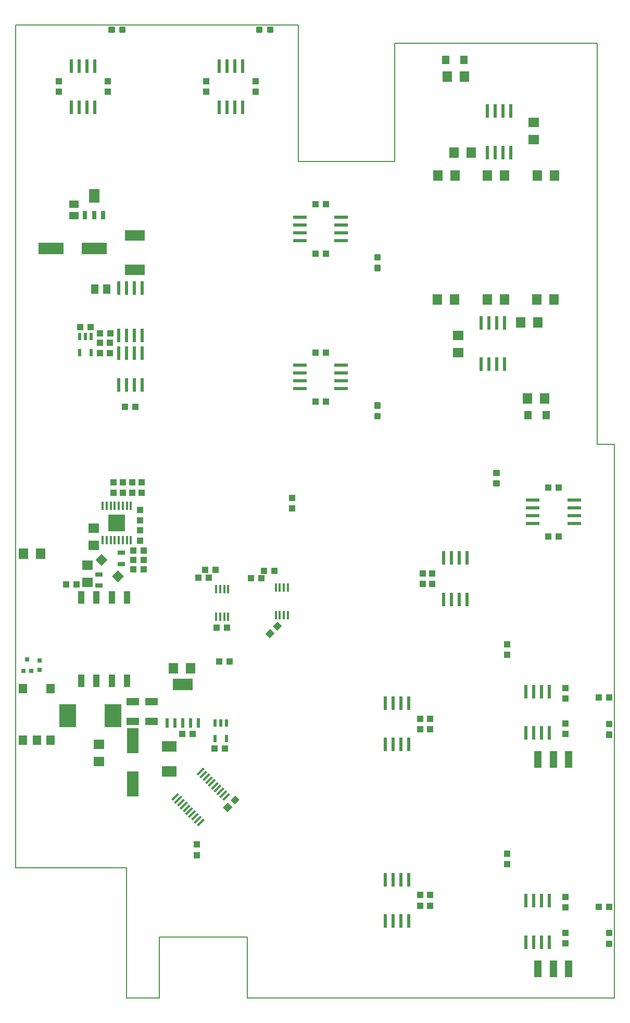
<source format=gtp>
G75*
G70*
%OFA0B0*%
%FSLAX24Y24*%
%IPPOS*%
%LPD*%
%AMOC8*
5,1,8,0,0,1.08239X$1,22.5*
%
%ADD10C,0.0079*%
%ADD11R,0.0140X0.0580*%
%ADD12R,0.1080X0.1080*%
%ADD13R,0.1102X0.1496*%
%ADD14R,0.0421X0.0819*%
%ADD15R,0.0580X0.0140*%
%ADD16R,0.0217X0.0472*%
%ADD17R,0.0240X0.0640*%
%ADD18R,0.1250X0.0730*%
%ADD19R,0.0433X0.0394*%
%ADD20R,0.0276X0.0276*%
%ADD21R,0.0630X0.0709*%
%ADD22R,0.0394X0.0433*%
%ADD23R,0.0472X0.0315*%
%ADD24R,0.0709X0.0630*%
%ADD25R,0.0551X0.0551*%
%ADD26R,0.0787X0.0472*%
%ADD27R,0.0315X0.0315*%
%ADD28R,0.0551X0.0630*%
%ADD29R,0.0945X0.0709*%
%ADD30R,0.0748X0.1634*%
%ADD31R,0.0177X0.0560*%
%ADD32R,0.0236X0.0866*%
%ADD33R,0.1260X0.0709*%
%ADD34R,0.0512X0.0591*%
%ADD35R,0.1634X0.0748*%
%ADD36R,0.0315X0.0551*%
%ADD37R,0.0709X0.0866*%
%ADD38R,0.0591X0.0512*%
%ADD39R,0.0240X0.0870*%
%ADD40R,0.0870X0.0240*%
%ADD41C,0.0118*%
%ADD42R,0.0472X0.1102*%
%ADD43R,0.0472X0.0551*%
D10*
X001457Y011523D02*
X001457Y065460D01*
X019568Y065460D01*
X019568Y056719D01*
X025709Y056719D01*
X025709Y064279D01*
X038702Y064279D01*
X038702Y038609D01*
X039804Y038609D01*
X039804Y003176D01*
X016300Y003176D01*
X016300Y007074D01*
X010670Y007074D01*
X010670Y003176D01*
X008544Y003176D01*
X008544Y011523D01*
X001457Y011523D01*
D11*
X007034Y032466D03*
X007294Y032466D03*
X007554Y032466D03*
X007804Y032466D03*
X008064Y032466D03*
X008314Y032466D03*
X008574Y032466D03*
X008834Y032466D03*
X008834Y034686D03*
X008574Y034686D03*
X008314Y034686D03*
X008064Y034686D03*
X007804Y034686D03*
X007554Y034686D03*
X007294Y034686D03*
X007034Y034686D03*
D12*
X007934Y033576D03*
D13*
X007704Y021229D03*
X004790Y021229D03*
D14*
X005654Y023481D03*
X006635Y023481D03*
X007615Y023481D03*
X008595Y023481D03*
X008595Y028820D03*
X007615Y028820D03*
X006635Y028820D03*
X005654Y028820D03*
D15*
G36*
X013050Y017522D02*
X013459Y017931D01*
X013558Y017832D01*
X013149Y017423D01*
X013050Y017522D01*
G37*
G36*
X013227Y017345D02*
X013636Y017754D01*
X013735Y017655D01*
X013326Y017246D01*
X013227Y017345D01*
G37*
G36*
X013411Y017161D02*
X013820Y017570D01*
X013919Y017471D01*
X013510Y017062D01*
X013411Y017161D01*
G37*
G36*
X013594Y016977D02*
X014003Y017386D01*
X014102Y017287D01*
X013693Y016878D01*
X013594Y016977D01*
G37*
G36*
X013771Y016800D02*
X014180Y017209D01*
X014279Y017110D01*
X013870Y016701D01*
X013771Y016800D01*
G37*
G36*
X013955Y016616D02*
X014364Y017025D01*
X014463Y016926D01*
X014054Y016517D01*
X013955Y016616D01*
G37*
G36*
X014132Y016440D02*
X014541Y016849D01*
X014640Y016750D01*
X014231Y016341D01*
X014132Y016440D01*
G37*
G36*
X014316Y016256D02*
X014725Y016665D01*
X014824Y016566D01*
X014415Y016157D01*
X014316Y016256D01*
G37*
G36*
X014499Y016072D02*
X014908Y016481D01*
X015007Y016382D01*
X014598Y015973D01*
X014499Y016072D01*
G37*
G36*
X014676Y015895D02*
X015085Y016304D01*
X015184Y016205D01*
X014775Y015796D01*
X014676Y015895D01*
G37*
G36*
X013050Y014269D02*
X013459Y014678D01*
X013558Y014579D01*
X013149Y014170D01*
X013050Y014269D01*
G37*
G36*
X012873Y014446D02*
X013282Y014855D01*
X013381Y014756D01*
X012972Y014347D01*
X012873Y014446D01*
G37*
G36*
X012689Y014629D02*
X013098Y015038D01*
X013197Y014939D01*
X012788Y014530D01*
X012689Y014629D01*
G37*
G36*
X012505Y014813D02*
X012914Y015222D01*
X013013Y015123D01*
X012604Y014714D01*
X012505Y014813D01*
G37*
G36*
X012329Y014990D02*
X012738Y015399D01*
X012837Y015300D01*
X012428Y014891D01*
X012329Y014990D01*
G37*
G36*
X012145Y015174D02*
X012554Y015583D01*
X012653Y015484D01*
X012244Y015075D01*
X012145Y015174D01*
G37*
G36*
X011968Y015351D02*
X012377Y015760D01*
X012476Y015661D01*
X012067Y015252D01*
X011968Y015351D01*
G37*
G36*
X011784Y015535D02*
X012193Y015944D01*
X012292Y015845D01*
X011883Y015436D01*
X011784Y015535D01*
G37*
G36*
X011600Y015718D02*
X012009Y016127D01*
X012108Y016028D01*
X011699Y015619D01*
X011600Y015718D01*
G37*
G36*
X011424Y015895D02*
X011833Y016304D01*
X011932Y016205D01*
X011523Y015796D01*
X011424Y015895D01*
G37*
D16*
X014217Y019769D03*
X014217Y020792D03*
X014591Y020792D03*
X014965Y020792D03*
X014965Y019769D03*
X006306Y044473D03*
X005558Y044473D03*
X005558Y045497D03*
X005932Y045497D03*
X006306Y045497D03*
D17*
X011168Y020782D03*
X011668Y020782D03*
X012168Y020782D03*
X012668Y020782D03*
X013168Y020782D03*
D18*
X012168Y023252D03*
D19*
X012127Y020092D03*
X012796Y020092D03*
X014194Y019156D03*
X014863Y019156D03*
G36*
X015211Y015837D02*
X015516Y016142D01*
X015795Y015863D01*
X015490Y015558D01*
X015211Y015837D01*
G37*
G36*
X014738Y015364D02*
X015043Y015669D01*
X015322Y015390D01*
X015017Y015085D01*
X014738Y015364D01*
G37*
X014501Y024716D03*
X015170Y024716D03*
X014983Y026885D03*
X014314Y026885D03*
X013815Y030061D03*
X013589Y030590D03*
X014258Y030590D03*
X013146Y030061D03*
X016521Y030041D03*
X017190Y030041D03*
X017357Y030520D03*
X018027Y030520D03*
G36*
X017920Y026963D02*
X018225Y027268D01*
X018504Y026989D01*
X018199Y026684D01*
X017920Y026963D01*
G37*
G36*
X017447Y026490D02*
X017752Y026795D01*
X018031Y026516D01*
X017726Y026211D01*
X017447Y026490D01*
G37*
X009646Y030623D03*
X009646Y031214D03*
X009646Y031804D03*
X008977Y031804D03*
X008977Y031214D03*
X008977Y030623D03*
X005365Y029639D03*
X004696Y029639D03*
X008455Y041021D03*
X009125Y041021D03*
X007534Y045727D03*
X006865Y045727D03*
X006261Y046107D03*
X005591Y046107D03*
X020650Y044487D03*
X021320Y044487D03*
X021320Y041338D03*
X020650Y041338D03*
X020650Y050826D03*
X021320Y050826D03*
X021320Y053975D03*
X020650Y053975D03*
X035548Y035853D03*
X036217Y035853D03*
X036217Y032704D03*
X035548Y032704D03*
X038784Y022397D03*
X039454Y022397D03*
X039454Y009011D03*
X038784Y009011D03*
D20*
X002454Y024107D03*
X001942Y024107D03*
X002198Y024836D03*
D21*
X001969Y031607D03*
X003072Y031607D03*
X011566Y024275D03*
X012668Y024275D03*
X028465Y047865D03*
X029568Y047865D03*
X031646Y047865D03*
X032749Y047865D03*
X033776Y046397D03*
X034879Y046397D03*
X034828Y047865D03*
X035930Y047865D03*
X035322Y041534D03*
X034219Y041534D03*
X034843Y055810D03*
X035946Y055810D03*
X032765Y055810D03*
X031662Y055810D03*
X030635Y057279D03*
X029532Y057279D03*
X029583Y055810D03*
X028481Y055810D03*
X029089Y062141D03*
X030192Y062141D03*
D22*
X016812Y061842D03*
X016812Y061172D03*
X013662Y061172D03*
X013662Y061842D03*
X007363Y061842D03*
X007363Y061172D03*
X004213Y061172D03*
X004213Y061842D03*
X006841Y045117D03*
X006841Y044448D03*
X007479Y044434D03*
X007479Y045103D03*
X007739Y036166D03*
X007739Y035497D03*
X008328Y035505D03*
X008918Y035505D03*
X008918Y036174D03*
X008328Y036174D03*
X009509Y036174D03*
X009509Y035505D03*
X009410Y034403D03*
X009410Y033733D03*
X009410Y033123D03*
X009410Y032454D03*
X019152Y034513D03*
X019152Y035182D03*
X027371Y021052D03*
X027371Y020383D03*
X027977Y020383D03*
X027977Y021052D03*
X032910Y025141D03*
X032910Y025810D03*
X036658Y023019D03*
X036658Y022349D03*
X036650Y020739D03*
X036650Y020070D03*
X032910Y012424D03*
X032910Y011755D03*
X036658Y009633D03*
X036658Y008964D03*
X036650Y007353D03*
X036650Y006684D03*
X027977Y009092D03*
X027977Y009761D03*
X027371Y009761D03*
X027371Y009092D03*
X027513Y029686D03*
X028119Y029686D03*
X028119Y030355D03*
X027513Y030355D03*
X013052Y012995D03*
X013052Y012326D03*
D23*
X006802Y029580D03*
X006802Y030288D03*
X008229Y030958D03*
X008229Y031666D03*
D24*
X006457Y032139D03*
X006457Y033241D03*
X006064Y030879D03*
X006064Y029777D03*
X006804Y019420D03*
X006804Y018318D03*
X029780Y044477D03*
X029780Y045580D03*
X034631Y058095D03*
X034631Y059198D03*
D25*
G36*
X008012Y029781D02*
X007624Y030169D01*
X008012Y030557D01*
X008400Y030169D01*
X008012Y029781D01*
G37*
G36*
X006954Y030839D02*
X006566Y031227D01*
X006954Y031615D01*
X007342Y031227D01*
X006954Y030839D01*
G37*
D26*
X008967Y022149D03*
X008967Y020889D03*
X010148Y020889D03*
X010148Y022149D03*
D27*
X002995Y024176D03*
X002995Y024767D03*
D28*
X003702Y022975D03*
X003702Y019668D03*
X002816Y019668D03*
X001930Y019668D03*
X001930Y022975D03*
D29*
X011280Y019265D03*
X011280Y017670D03*
D30*
X008967Y016893D03*
X008967Y019649D03*
D31*
X014300Y027589D03*
X014556Y027589D03*
X014812Y027589D03*
X015067Y027589D03*
X015067Y029329D03*
X014812Y029329D03*
X014552Y029329D03*
X014300Y029329D03*
X018117Y029428D03*
X018369Y029428D03*
X018629Y029428D03*
X018885Y029428D03*
X018885Y027688D03*
X018629Y027688D03*
X018373Y027688D03*
X018117Y027688D03*
D32*
X009558Y042405D03*
X009058Y042405D03*
X008558Y042405D03*
X008058Y042405D03*
X008058Y044452D03*
X008558Y044452D03*
X009058Y044452D03*
X009558Y044452D03*
X009560Y045574D03*
X009060Y045574D03*
X008560Y045574D03*
X008060Y045574D03*
X008060Y048605D03*
X008560Y048605D03*
X009060Y048605D03*
X009560Y048605D03*
D33*
X009076Y049765D03*
X009076Y051969D03*
D34*
X007278Y048536D03*
X006530Y048536D03*
D35*
X006485Y051141D03*
X003729Y051141D03*
D36*
X005887Y053282D03*
X006477Y053282D03*
X007068Y053282D03*
D37*
X006477Y054495D03*
D38*
X005198Y053993D03*
X005198Y053245D03*
D39*
X005038Y060177D03*
X005538Y060177D03*
X006038Y060177D03*
X006538Y060177D03*
X006538Y062827D03*
X006038Y062827D03*
X005538Y062827D03*
X005038Y062827D03*
X014487Y062827D03*
X014987Y062827D03*
X015487Y062827D03*
X015987Y062827D03*
X015987Y060177D03*
X015487Y060177D03*
X014987Y060177D03*
X014487Y060177D03*
X031251Y046392D03*
X031751Y046392D03*
X032251Y046392D03*
X032751Y046392D03*
X032751Y043742D03*
X032251Y043742D03*
X031751Y043742D03*
X031251Y043742D03*
X030369Y031341D03*
X029869Y031341D03*
X029369Y031341D03*
X028869Y031341D03*
X028869Y028691D03*
X029369Y028691D03*
X029869Y028691D03*
X030369Y028691D03*
X034137Y022782D03*
X034637Y022782D03*
X035137Y022782D03*
X035637Y022782D03*
X035637Y020132D03*
X035137Y020132D03*
X034637Y020132D03*
X034137Y020132D03*
X034137Y009396D03*
X034637Y009396D03*
X035137Y009396D03*
X035637Y009396D03*
X035637Y006746D03*
X035137Y006746D03*
X034637Y006746D03*
X034137Y006746D03*
X026621Y008106D03*
X026121Y008106D03*
X025621Y008106D03*
X025121Y008106D03*
X025121Y010756D03*
X025621Y010756D03*
X026121Y010756D03*
X026621Y010756D03*
X026621Y019398D03*
X026121Y019398D03*
X025621Y019398D03*
X025121Y019398D03*
X025121Y022048D03*
X025621Y022048D03*
X026121Y022048D03*
X026621Y022048D03*
X031660Y057283D03*
X032160Y057283D03*
X032660Y057283D03*
X033160Y057283D03*
X033160Y059933D03*
X032660Y059933D03*
X032160Y059933D03*
X031660Y059933D03*
D40*
X022305Y053151D03*
X022305Y052651D03*
X022305Y052151D03*
X022305Y051651D03*
X019655Y051651D03*
X019655Y052151D03*
X019655Y052651D03*
X019655Y053151D03*
X019655Y043662D03*
X019655Y043162D03*
X019655Y042662D03*
X019655Y042162D03*
X022305Y042162D03*
X022305Y042662D03*
X022305Y043162D03*
X022305Y043662D03*
X034563Y035029D03*
X034563Y034529D03*
X034563Y034029D03*
X034563Y033529D03*
X037213Y033529D03*
X037213Y034029D03*
X037213Y034529D03*
X037213Y035029D03*
D41*
X032379Y036237D02*
X032103Y036237D01*
X032379Y036237D02*
X032379Y035961D01*
X032103Y035961D01*
X032103Y036237D01*
X032103Y036078D02*
X032379Y036078D01*
X032379Y036195D02*
X032103Y036195D01*
X032103Y036927D02*
X032379Y036927D01*
X032379Y036651D01*
X032103Y036651D01*
X032103Y036927D01*
X032103Y036768D02*
X032379Y036768D01*
X032379Y036885D02*
X032103Y036885D01*
X024765Y040264D02*
X024489Y040264D01*
X024489Y040540D01*
X024765Y040540D01*
X024765Y040264D01*
X024765Y040381D02*
X024489Y040381D01*
X024489Y040498D02*
X024765Y040498D01*
X024765Y040954D02*
X024489Y040954D01*
X024489Y041230D01*
X024765Y041230D01*
X024765Y040954D01*
X024765Y041071D02*
X024489Y041071D01*
X024489Y041188D02*
X024765Y041188D01*
X024765Y049752D02*
X024489Y049752D01*
X024489Y050028D01*
X024765Y050028D01*
X024765Y049752D01*
X024765Y049869D02*
X024489Y049869D01*
X024489Y049986D02*
X024765Y049986D01*
X024765Y050443D02*
X024489Y050443D01*
X024489Y050719D01*
X024765Y050719D01*
X024765Y050443D01*
X024765Y050560D02*
X024489Y050560D01*
X024489Y050677D02*
X024765Y050677D01*
X017886Y065011D02*
X017886Y065287D01*
X017886Y065011D02*
X017610Y065011D01*
X017610Y065287D01*
X017886Y065287D01*
X017886Y065128D02*
X017610Y065128D01*
X017610Y065245D02*
X017886Y065245D01*
X017195Y065287D02*
X017195Y065011D01*
X016919Y065011D01*
X016919Y065287D01*
X017195Y065287D01*
X017195Y065128D02*
X016919Y065128D01*
X016919Y065245D02*
X017195Y065245D01*
X008437Y065287D02*
X008437Y065011D01*
X008161Y065011D01*
X008161Y065287D01*
X008437Y065287D01*
X008437Y065128D02*
X008161Y065128D01*
X008161Y065245D02*
X008437Y065245D01*
X007746Y065287D02*
X007746Y065011D01*
X007470Y065011D01*
X007470Y065287D01*
X007746Y065287D01*
X007746Y065128D02*
X007470Y065128D01*
X007470Y065245D02*
X007746Y065245D01*
X039319Y020580D02*
X039595Y020580D01*
X039319Y020580D02*
X039319Y020856D01*
X039595Y020856D01*
X039595Y020580D01*
X039595Y020697D02*
X039319Y020697D01*
X039319Y020814D02*
X039595Y020814D01*
X039595Y019890D02*
X039319Y019890D01*
X039319Y020166D01*
X039595Y020166D01*
X039595Y019890D01*
X039595Y020007D02*
X039319Y020007D01*
X039319Y020124D02*
X039595Y020124D01*
X039595Y007194D02*
X039319Y007194D01*
X039319Y007470D01*
X039595Y007470D01*
X039595Y007194D01*
X039595Y007311D02*
X039319Y007311D01*
X039319Y007428D02*
X039595Y007428D01*
X039595Y006504D02*
X039319Y006504D01*
X039319Y006780D01*
X039595Y006780D01*
X039595Y006504D01*
X039595Y006621D02*
X039319Y006621D01*
X039319Y006738D02*
X039595Y006738D01*
D42*
X036861Y005056D03*
X035877Y005056D03*
X034892Y005056D03*
X034892Y018442D03*
X035877Y018442D03*
X036861Y018442D03*
D43*
X035426Y040471D03*
X034245Y040471D03*
X030166Y063204D03*
X028985Y063204D03*
M02*

</source>
